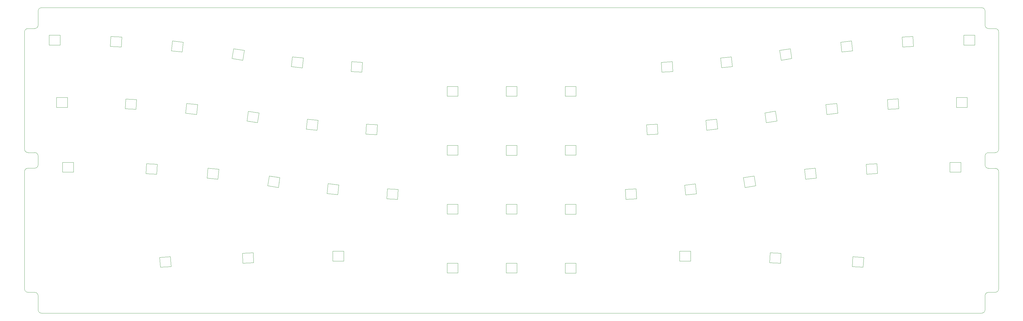
<source format=gbr>
G04 #@! TF.GenerationSoftware,KiCad,Pcbnew,9.0.0*
G04 #@! TF.CreationDate,2025-03-01T00:43:59+09:00*
G04 #@! TF.ProjectId,tijuana_lp,74696a75-616e-4615-9f6c-702e6b696361,rev?*
G04 #@! TF.SameCoordinates,Original*
G04 #@! TF.FileFunction,Profile,NP*
%FSLAX46Y46*%
G04 Gerber Fmt 4.6, Leading zero omitted, Abs format (unit mm)*
G04 Created by KiCad (PCBNEW 9.0.0) date 2025-03-01 00:43:59*
%MOMM*%
%LPD*%
G01*
G04 APERTURE LIST*
G04 #@! TA.AperFunction,Profile*
%ADD10C,0.100000*%
G04 #@! TD*
G04 #@! TA.AperFunction,Profile*
%ADD11C,0.120000*%
G04 #@! TD*
G04 APERTURE END LIST*
D10*
X324227767Y-114949965D02*
G75*
G02*
X323127767Y-116049967I-1099967J-35D01*
G01*
X17566883Y-109301339D02*
X15374830Y-109301321D01*
X19766883Y-116050000D02*
G75*
G02*
X18666900Y-114950000I17J1100000D01*
G01*
X324232760Y-18350023D02*
X324232761Y-22898702D01*
X323127876Y-17250034D02*
X19776043Y-17251321D01*
X17566872Y-69163299D02*
X15374819Y-69163317D01*
X18666884Y-18351321D02*
X18666883Y-22900000D01*
X14275000Y-25099830D02*
X14274994Y-62994280D01*
X17566883Y-23999982D02*
X15374830Y-24000000D01*
X17566874Y-64094107D02*
G75*
G02*
X18666893Y-65194107I26J-1099993D01*
G01*
X324227766Y-114949965D02*
X324227767Y-110401286D01*
X325332761Y-23998684D02*
X327524814Y-23998702D01*
X328622350Y-70297198D02*
X328619670Y-108201457D01*
X19766900Y-116050000D02*
X323127800Y-116049965D01*
X328619650Y-108201457D02*
G75*
G02*
X327519821Y-109301350I-1099850J-43D01*
G01*
X325330465Y-64128177D02*
X327522518Y-64128159D01*
X17566883Y-109301321D02*
G75*
G02*
X18666879Y-110401321I17J-1099979D01*
G01*
X15374829Y-109301321D02*
G75*
G02*
X14274979Y-108201492I-29J1099821D01*
G01*
X18666883Y-22900000D02*
G75*
G02*
X17566883Y-23999983I-1099983J0D01*
G01*
X325330467Y-69197351D02*
X327522520Y-69197369D01*
X327524815Y-23998702D02*
G75*
G02*
X328624598Y-25098531I-15J-1099798D01*
G01*
X18666883Y-18351321D02*
G75*
G02*
X19766883Y-17251283I1100017J21D01*
G01*
X324227767Y-110401286D02*
G75*
G02*
X325327767Y-109301267I1100033J-14D01*
G01*
X325327767Y-109301304D02*
X327519820Y-109301286D01*
X14275000Y-25099829D02*
G75*
G02*
X15374829Y-24000000I1099830J-1D01*
G01*
X324230465Y-65228159D02*
G75*
G02*
X325330465Y-64128165I1100035J-41D01*
G01*
X325330467Y-69197369D02*
G75*
G02*
X324230531Y-68097369I33J1099969D01*
G01*
X14274980Y-108201492D02*
X14274989Y-70263146D01*
X18666892Y-65194107D02*
X18666872Y-68063310D01*
X18666872Y-68063317D02*
G75*
G02*
X17566872Y-69163272I-1099972J17D01*
G01*
X14274989Y-70263146D02*
G75*
G02*
X15374818Y-69163309I1099831J6D01*
G01*
X327522521Y-69197369D02*
G75*
G02*
X328622331Y-70297198I-21J-1099831D01*
G01*
X18666884Y-114950000D02*
X18666883Y-110401321D01*
X323132761Y-17250023D02*
G75*
G02*
X324232777Y-18350023I39J-1099977D01*
G01*
X17566874Y-64094125D02*
X15374821Y-64094107D01*
X324230447Y-65228159D02*
X324230467Y-68097362D01*
X15374820Y-64094107D02*
G75*
G02*
X14274993Y-62994278I-20J1099807D01*
G01*
X328624597Y-25098529D02*
X328622348Y-63028300D01*
X328622348Y-63028330D02*
G75*
G02*
X327522519Y-64128148I-1099848J30D01*
G01*
X325332761Y-23998702D02*
G75*
G02*
X324232798Y-22898702I39J1100002D01*
G01*
D11*
X24607300Y-46303900D02*
X28107300Y-46303900D01*
X24607300Y-49503900D02*
X24607300Y-46303900D01*
X28107300Y-46303900D02*
X28107300Y-49503900D01*
X28107300Y-49503900D02*
X24607300Y-49503900D01*
X227244641Y-74603490D02*
X230725468Y-74237640D01*
X227579132Y-77785960D02*
X227244641Y-74603490D01*
X230725468Y-74237640D02*
X231059959Y-77420110D01*
X231059959Y-77420110D02*
X227579132Y-77785960D01*
X57859953Y-97976171D02*
X61351427Y-97732024D01*
X58083173Y-101168376D02*
X57859953Y-97976171D01*
X61351427Y-97732024D02*
X61574647Y-100924229D01*
X61574647Y-100924229D02*
X58083173Y-101168376D01*
X169664000Y-42682300D02*
X173164000Y-42682300D01*
X169664000Y-45882300D02*
X169664000Y-42682300D01*
X173164000Y-42682300D02*
X173164000Y-45882300D01*
X173164000Y-45882300D02*
X169664000Y-45882300D01*
X150613200Y-61730400D02*
X154113200Y-61730400D01*
X150613200Y-64930400D02*
X150613200Y-61730400D01*
X154113200Y-61730400D02*
X154113200Y-64930400D01*
X154113200Y-64930400D02*
X150613200Y-64930400D01*
X238876241Y-33471290D02*
X242357068Y-33105440D01*
X239210732Y-36653760D02*
X238876241Y-33471290D01*
X242357068Y-33105440D02*
X242691559Y-36287910D01*
X242691559Y-36287910D02*
X239210732Y-36653760D01*
X81226050Y-33674941D02*
X81726641Y-30514338D01*
X81726641Y-30514338D02*
X85183550Y-31061859D01*
X84682959Y-34222462D02*
X81226050Y-33674941D01*
X85183550Y-31061859D02*
X84682959Y-34222462D01*
X317361200Y-26105600D02*
X320861200Y-26105600D01*
X317361200Y-29305600D02*
X317361200Y-26105600D01*
X320861200Y-26105600D02*
X320861200Y-29305600D01*
X320861200Y-29305600D02*
X317361200Y-29305600D01*
X277620941Y-28372290D02*
X281101768Y-28006440D01*
X277955432Y-31554760D02*
X277620941Y-28372290D01*
X281101768Y-28006440D02*
X281436259Y-31188910D01*
X281436259Y-31188910D02*
X277955432Y-31554760D01*
X285826861Y-67849481D02*
X289322064Y-67666305D01*
X285994336Y-71045095D02*
X285826861Y-67849481D01*
X289322064Y-67666305D02*
X289489539Y-70861919D01*
X289489539Y-70861919D02*
X285994336Y-71045095D01*
X111886523Y-77345610D02*
X112221014Y-74163140D01*
X112221014Y-74163140D02*
X115701841Y-74528990D01*
X115367350Y-77711460D02*
X111886523Y-77345610D01*
X115701841Y-74528990D02*
X115367350Y-77711460D01*
X124424461Y-58098219D02*
X124591936Y-54902605D01*
X124591936Y-54902605D02*
X128087139Y-55085781D01*
X127919664Y-58281395D02*
X124424461Y-58098219D01*
X128087139Y-55085781D02*
X127919664Y-58281395D01*
X131124561Y-79036019D02*
X131292036Y-75840405D01*
X131292036Y-75840405D02*
X134787239Y-76023581D01*
X134619764Y-79219195D02*
X131124561Y-79036019D01*
X134787239Y-76023581D02*
X134619764Y-79219195D01*
X84577955Y-96631779D02*
X88075823Y-96509631D01*
X84689633Y-99829829D02*
X84577955Y-96631779D01*
X88075823Y-96509631D02*
X88187501Y-99707681D01*
X88187501Y-99707681D02*
X84689633Y-99829829D01*
X61637841Y-31189410D02*
X61972332Y-28006940D01*
X61972332Y-28006940D02*
X65453159Y-28372790D01*
X65118668Y-31555260D02*
X61637841Y-31189410D01*
X65453159Y-28372790D02*
X65118668Y-31555260D01*
X188702790Y-80799528D02*
X192202790Y-80799528D01*
X188702790Y-83999528D02*
X188702790Y-80799528D01*
X192202790Y-80799528D02*
X192202790Y-83999528D01*
X192202790Y-83999528D02*
X188702790Y-83999528D01*
X169659300Y-80777900D02*
X173159300Y-80777900D01*
X169659300Y-83977900D02*
X169659300Y-80777900D01*
X173159300Y-80777900D02*
X173159300Y-83977900D01*
X173159300Y-83977900D02*
X169659300Y-83977900D01*
X169661700Y-61739000D02*
X173161700Y-61739000D01*
X169661700Y-64939000D02*
X169661700Y-61739000D01*
X173161700Y-61739000D02*
X173161700Y-64939000D01*
X173161700Y-64939000D02*
X169661700Y-64939000D01*
X41955461Y-29738119D02*
X42122936Y-26542505D01*
X42122936Y-26542505D02*
X45618139Y-26725681D01*
X45450664Y-29921295D02*
X41955461Y-29738119D01*
X45618139Y-26725681D02*
X45450664Y-29921295D01*
X73124241Y-72322710D02*
X73458732Y-69140240D01*
X73458732Y-69140240D02*
X76939559Y-69506090D01*
X76605068Y-72688560D02*
X73124241Y-72322710D01*
X76939559Y-69506090D02*
X76605068Y-72688560D01*
X281336653Y-100924428D02*
X281559873Y-97732224D01*
X281559873Y-97732224D02*
X285051347Y-97976372D01*
X284828127Y-101168576D02*
X281336653Y-100924428D01*
X285051347Y-97976372D02*
X284828127Y-101168576D01*
X113758100Y-95981100D02*
X117258100Y-95981100D01*
X113758100Y-99181100D02*
X113758100Y-95981100D01*
X117258100Y-95981100D02*
X117258100Y-99181100D01*
X117258100Y-99181100D02*
X113758100Y-99181100D01*
X225675800Y-95977500D02*
X229175800Y-95977500D01*
X225675800Y-99177500D02*
X225675800Y-95977500D01*
X229175800Y-95977500D02*
X229175800Y-99177500D01*
X229175800Y-99177500D02*
X225675800Y-99177500D01*
X314982200Y-46304900D02*
X318482200Y-46304900D01*
X314982200Y-49504900D02*
X314982200Y-46304900D01*
X318482200Y-46304900D02*
X318482200Y-49504900D01*
X318482200Y-49504900D02*
X314982200Y-49504900D01*
X246260950Y-72193059D02*
X249717859Y-71645538D01*
X246761541Y-75353662D02*
X246260950Y-72193059D01*
X249717859Y-71645538D02*
X250218450Y-74806141D01*
X250218450Y-74806141D02*
X246761541Y-75353662D01*
X188712500Y-61729400D02*
X192212500Y-61729400D01*
X188712500Y-64929400D02*
X188712500Y-61729400D01*
X192212500Y-61729400D02*
X192212500Y-64929400D01*
X192212500Y-64929400D02*
X188712500Y-64929400D01*
X234076740Y-53644522D02*
X237557567Y-53278672D01*
X234411231Y-56826992D02*
X234076740Y-53644522D01*
X237557567Y-53278672D02*
X237892058Y-56461142D01*
X237892058Y-56461142D02*
X234411231Y-56826992D01*
X253129850Y-51254959D02*
X256586759Y-50707438D01*
X253630441Y-54415562D02*
X253129850Y-51254959D01*
X256586759Y-50707438D02*
X257087350Y-53868041D01*
X257087350Y-53868041D02*
X253630441Y-54415562D01*
X257885850Y-31069259D02*
X261342759Y-30521738D01*
X258386441Y-34229862D02*
X257885850Y-31069259D01*
X261342759Y-30521738D02*
X261843350Y-33682341D01*
X261843350Y-33682341D02*
X258386441Y-34229862D01*
X22224500Y-26112000D02*
X25724500Y-26112000D01*
X22224500Y-29312000D02*
X22224500Y-26112000D01*
X25724500Y-26112000D02*
X25724500Y-29312000D01*
X25724500Y-29312000D02*
X22224500Y-29312000D01*
X208130561Y-76014581D02*
X211625764Y-75831405D01*
X208298036Y-79210195D02*
X208130561Y-76014581D01*
X211625764Y-75831405D02*
X211793239Y-79027019D01*
X211793239Y-79027019D02*
X208298036Y-79210195D01*
X297439450Y-26726421D02*
X300934653Y-26543245D01*
X297606925Y-29922035D02*
X297439450Y-26726421D01*
X300934653Y-26543245D02*
X301102128Y-29738859D01*
X301102128Y-29738859D02*
X297606925Y-29922035D01*
X53430261Y-70867919D02*
X53597736Y-67672305D01*
X53597736Y-67672305D02*
X57092939Y-67855481D01*
X56925464Y-71051095D02*
X53430261Y-70867919D01*
X57092939Y-67855481D02*
X56925464Y-71051095D01*
X219755761Y-34885981D02*
X223250964Y-34702805D01*
X219923236Y-38081595D02*
X219755761Y-34885981D01*
X223250964Y-34702805D02*
X223418439Y-37898419D01*
X223418439Y-37898419D02*
X219923236Y-38081595D01*
X26554100Y-67239100D02*
X30054100Y-67239100D01*
X26554100Y-70439100D02*
X26554100Y-67239100D01*
X30054100Y-67239100D02*
X30054100Y-70439100D01*
X30054100Y-70439100D02*
X26554100Y-70439100D01*
X85998150Y-53874841D02*
X86498741Y-50714238D01*
X86498741Y-50714238D02*
X89955650Y-51261759D01*
X89455059Y-54422362D02*
X85998150Y-53874841D01*
X89955650Y-51261759D02*
X89455059Y-54422362D01*
X265981341Y-69505090D02*
X269462168Y-69139240D01*
X266315832Y-72687560D02*
X265981341Y-69505090D01*
X269462168Y-69139240D02*
X269796659Y-72321710D01*
X269796659Y-72321710D02*
X266315832Y-72687560D01*
X150624300Y-99832500D02*
X154124300Y-99832500D01*
X150624300Y-103032500D02*
X150624300Y-99832500D01*
X154124300Y-99832500D02*
X154124300Y-103032500D01*
X154124300Y-103032500D02*
X150624300Y-103032500D01*
X188710600Y-42686300D02*
X192210600Y-42686300D01*
X188710600Y-45886300D02*
X188710600Y-42686300D01*
X192210600Y-42686300D02*
X192210600Y-45886300D01*
X192210600Y-45886300D02*
X188710600Y-45886300D01*
X312876500Y-67234800D02*
X316376500Y-67234800D01*
X312876500Y-70434800D02*
X312876500Y-67234800D01*
X316376500Y-67234800D02*
X316376500Y-70434800D01*
X316376500Y-70434800D02*
X312876500Y-70434800D01*
X214980436Y-55082146D02*
X218475639Y-54898970D01*
X215147911Y-58277760D02*
X214980436Y-55082146D01*
X218475639Y-54898970D02*
X218643114Y-58094584D01*
X218643114Y-58094584D02*
X215147911Y-58277760D01*
X92700150Y-74807041D02*
X93200741Y-71646438D01*
X93200741Y-71646438D02*
X96657650Y-72193959D01*
X96157059Y-75354562D02*
X92700150Y-74807041D01*
X96657650Y-72193959D02*
X96157059Y-75354562D01*
X66261841Y-51369210D02*
X66596332Y-48186740D01*
X66596332Y-48186740D02*
X70077159Y-48552590D01*
X69742668Y-51735060D02*
X66261841Y-51369210D01*
X70077159Y-48552590D02*
X69742668Y-51735060D01*
X150618200Y-80783600D02*
X154118200Y-80783600D01*
X150618200Y-83983600D02*
X150618200Y-80783600D01*
X154118200Y-80783600D02*
X154118200Y-83983600D01*
X154118200Y-83983600D02*
X150618200Y-83983600D01*
X119654561Y-37896019D02*
X119822036Y-34700405D01*
X119822036Y-34700405D02*
X123317239Y-34883581D01*
X123149764Y-38079195D02*
X119654561Y-37896019D01*
X123317239Y-34883581D02*
X123149764Y-38079195D01*
X100381441Y-36298810D02*
X100715932Y-33116340D01*
X100715932Y-33116340D02*
X104196759Y-33482190D01*
X103862268Y-36664660D02*
X100381441Y-36298810D01*
X104196759Y-33482190D02*
X103862268Y-36664660D01*
X254712427Y-99705751D02*
X254824105Y-96507701D01*
X254824105Y-96507701D02*
X258321973Y-96629849D01*
X258210295Y-99827899D02*
X254712427Y-99705751D01*
X258321973Y-96629849D02*
X258210295Y-99827899D01*
X46715361Y-49932519D02*
X46882836Y-46736905D01*
X46882836Y-46736905D02*
X50378039Y-46920081D01*
X50210564Y-50115695D02*
X46715361Y-49932519D01*
X50378039Y-46920081D02*
X50210564Y-50115695D01*
X188712900Y-99840400D02*
X192212900Y-99840400D01*
X188712900Y-103040400D02*
X188712900Y-99840400D01*
X192212900Y-99840400D02*
X192212900Y-103040400D01*
X192212900Y-103040400D02*
X188712900Y-103040400D01*
X105159541Y-56481010D02*
X105494032Y-53298540D01*
X105494032Y-53298540D02*
X108974859Y-53664390D01*
X108640368Y-56846860D02*
X105159541Y-56481010D01*
X108974859Y-53664390D02*
X108640368Y-56846860D01*
X169657200Y-99835400D02*
X173157200Y-99835400D01*
X169657200Y-103035400D02*
X169657200Y-99835400D01*
X173157200Y-99835400D02*
X173157200Y-103035400D01*
X173157200Y-103035400D02*
X169657200Y-103035400D01*
X292695461Y-46911181D02*
X296190664Y-46728005D01*
X292862936Y-50106795D02*
X292695461Y-46911181D01*
X296190664Y-46728005D02*
X296358139Y-49923619D01*
X296358139Y-49923619D02*
X292862936Y-50106795D01*
X272850441Y-48565290D02*
X276331268Y-48199440D01*
X273184932Y-51747760D02*
X272850441Y-48565290D01*
X276331268Y-48199440D02*
X276665759Y-51381910D01*
X276665759Y-51381910D02*
X273184932Y-51747760D01*
X150608892Y-42672265D02*
X154108892Y-42672265D01*
X150608892Y-45872265D02*
X150608892Y-42672265D01*
X154108892Y-42672265D02*
X154108892Y-45872265D01*
X154108892Y-45872265D02*
X150608892Y-45872265D01*
M02*

</source>
